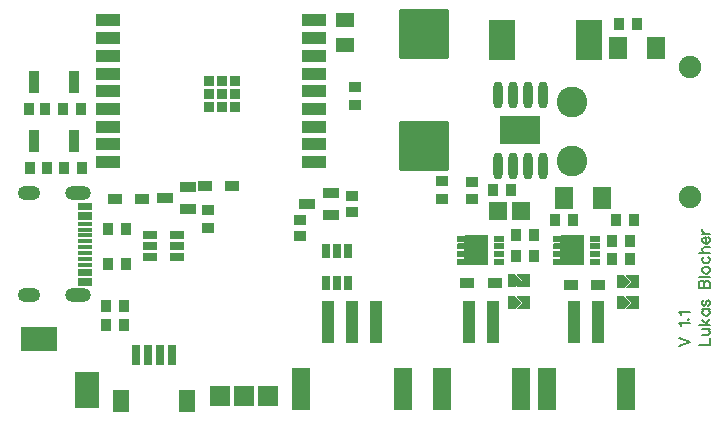
<source format=gts>
G04 Layer: TopSolderMaskLayer*
G04 EasyEDA v6.5.47, 2024-10-31 16:23:14*
G04 d01961b007cd42f0ad862483726119fd,f99730456eb041dfa0a19156df6b2b6d,10*
G04 Gerber Generator version 0.2*
G04 Scale: 100 percent, Rotated: No, Reflected: No *
G04 Dimensions in millimeters *
G04 leading zeros omitted , absolute positions ,4 integer and 5 decimal *
%FSLAX45Y45*%
%MOMM*%

%AMMACRO1*4,1,8,-0.4711,-0.4508,-0.5008,-0.421,-0.5008,0.4211,-0.4711,0.4508,0.471,0.4508,0.5008,0.4211,0.5008,-0.421,0.471,-0.4508,-0.4711,-0.4508,0*%
%AMMACRO2*4,1,8,-0.4211,-0.5008,-0.4508,-0.471,-0.4508,0.4711,-0.4211,0.5008,0.421,0.5008,0.4508,0.4711,0.4508,-0.471,0.421,-0.5008,-0.4211,-0.5008,0*%
%AMMACRO3*4,1,8,-0.7261,-0.7258,-0.7558,-0.696,-0.7558,0.6961,-0.7261,0.7258,0.726,0.7258,0.7558,0.6961,0.7558,-0.696,0.726,-0.7258,-0.7261,-0.7258,0*%
%AMMACRO4*4,1,8,-0.5211,-0.4258,-0.5508,-0.396,-0.5508,0.3961,-0.5211,0.4258,0.521,0.4258,0.5508,0.3961,0.5508,-0.396,0.521,-0.4258,-0.5211,-0.4258,0*%
%AMMACRO5*4,1,8,-0.557,-0.3168,-0.5868,-0.287,-0.5868,0.287,-0.557,0.3168,0.557,0.3168,0.5868,0.287,0.5868,-0.287,0.557,-0.3168,-0.557,-0.3168,0*%
%AMMACRO6*4,1,8,-1.0998,-1.6708,-1.1296,-1.641,-1.1296,1.6411,-1.0998,1.6708,1.0998,1.6708,1.1296,1.6411,1.1296,-1.641,1.0998,-1.6708,-1.0998,-1.6708,0*%
%AMMACRO7*4,1,8,-0.5207,-1.8,-0.55,-1.7707,-0.55,1.7707,-0.5207,1.8,0.5207,1.8,0.55,1.7707,0.55,-1.7707,0.5207,-1.8,-0.5207,-1.8,0*%
%AMMACRO8*4,1,8,-0.7707,-1.8,-0.8,-1.7707,-0.8,1.7707,-0.7707,1.8,0.7707,1.8,0.8,1.7707,0.8,-1.7707,0.7707,-1.8,-0.7707,-1.8,0*%
%AMMACRO9*4,1,8,-2.0711,-2.0758,-2.1008,-2.046,-2.1008,2.0461,-2.0711,2.0758,2.071,2.0758,2.1008,2.0461,2.1008,-2.046,2.071,-2.0758,-2.0711,-2.0758,0*%
%AMMACRO10*4,1,8,-0.646,-0.4008,-0.6758,-0.371,-0.6758,0.3711,-0.646,0.4008,0.646,0.4008,0.6758,0.3711,0.6758,-0.371,0.646,-0.4008,-0.646,-0.4008,0*%
%AMMACRO11*4,1,8,-0.4211,-0.9008,-0.4508,-0.871,-0.4508,0.8711,-0.4211,0.9008,0.421,0.9008,0.4508,0.8711,0.4508,-0.871,0.421,-0.9008,-0.4211,-0.9008,0*%
%AMMACRO12*4,1,8,-0.3957,-0.225,-0.425,-0.1957,-0.425,0.1957,-0.3957,0.225,0.3957,0.225,0.425,0.1957,0.425,-0.1957,0.3957,-0.225,-0.3957,-0.225,0*%
%AMMACRO13*4,1,8,-1.0207,-0.55,-1.05,-0.5207,-1.05,0.5207,-1.0207,0.55,1.0207,0.55,1.05,0.5207,1.05,-0.5207,1.0207,-0.55,-1.0207,-0.55,0*%
%AMMACRO14*4,1,8,-0.3707,-0.4,-0.4,-0.3707,-0.4,0.3707,-0.3707,0.4,0.3707,0.4,0.4,0.3707,0.4,-0.3707,0.3707,-0.4,-0.3707,-0.4,0*%
%AMMACRO15*4,1,8,-0.6205,-0.9512,-0.6502,-0.9215,-0.6502,0.9215,-0.6205,0.9512,0.6205,0.9512,0.6502,0.9215,0.6502,-0.9215,0.6205,-0.9512,-0.6205,-0.9512,0*%
%AMMACRO16*4,1,8,-0.3208,-0.8255,-0.3505,-0.7957,-0.3505,0.7958,-0.3208,0.8255,0.3208,0.8255,0.3505,0.7958,0.3505,-0.7957,0.3208,-0.8255,-0.3208,-0.8255,0*%
%AMMACRO17*4,1,8,-0.322,-0.8255,-0.3518,-0.7957,-0.3518,0.7958,-0.322,0.8255,0.322,0.8255,0.3518,0.7958,0.3518,-0.7957,0.322,-0.8255,-0.322,-0.8255,0*%
%AMMACRO18*4,1,8,-0.6218,-0.9512,-0.6515,-0.9215,-0.6515,0.9215,-0.6218,0.9512,0.6217,0.9512,0.6515,0.9215,0.6515,-0.9215,0.6217,-0.9512,-0.6218,-0.9512,0*%
%AMMACRO19*4,1,8,-1.6707,-1.2,-1.7,-1.1707,-1.7,1.1707,-1.6707,1.2,1.6707,1.2,1.7,1.1707,1.7,-1.1707,1.6707,-1.2,-1.6707,-1.2,0*%
%AMMACRO20*4,1,8,-0.7635,-0.9148,-0.7933,-0.885,-0.7933,0.8851,-0.7635,0.9148,0.7635,0.9148,0.7933,0.8851,0.7933,-0.885,0.7635,-0.9148,-0.7635,-0.9148,0*%
%AMMACRO21*4,1,8,-0.3211,-0.601,-0.351,-0.5711,-0.351,0.5711,-0.3211,0.601,0.3211,0.601,0.351,0.5711,0.351,-0.5711,0.3211,-0.601,-0.3211,-0.601,0*%
%AMMACRO22*4,1,8,-0.596,-0.2008,-0.6258,-0.171,-0.6258,0.1711,-0.596,0.2008,0.596,0.2008,0.6258,0.1711,0.6258,-0.171,0.596,-0.2008,-0.596,-0.2008,0*%
%AMMACRO23*4,1,8,-0.8041,-0.8636,-0.8636,-0.8041,-0.8636,0.8041,-0.8041,0.8636,0.8041,0.8636,0.8636,0.8041,0.8636,-0.8041,0.8041,-0.8636,-0.8041,-0.8636,0*%
%AMMACRO24*4,1,8,-0.7208,-0.5508,-0.7506,-0.521,-0.7506,0.5211,-0.7208,0.5508,0.7208,0.5508,0.7506,0.5211,0.7506,-0.521,0.7208,-0.5508,-0.7208,-0.5508,0*%
%AMMACRO25*4,1,8,-1.0207,-1.55,-1.05,-1.5207,-1.05,1.5207,-1.0207,1.55,1.0207,1.55,1.05,1.5207,1.05,-1.5207,1.0207,-1.55,-1.0207,-1.55,0*%
%AMMACRO26*4,1,8,-1.5207,-1.05,-1.55,-1.0207,-1.55,1.0207,-1.5207,1.05,1.5207,1.05,1.55,1.0207,1.55,-1.0207,1.5207,-1.05,-1.5207,-1.05,0*%
%AMMACRO27*4,1,8,-0.4243,-0.4828,-0.454,-0.453,-0.454,0.4531,-0.4243,0.4828,0.4243,0.4828,0.454,0.4531,0.454,-0.453,0.4243,-0.4828,-0.4243,-0.4828,0*%
%AMMACRO28*4,1,8,-0.4531,-0.454,-0.4828,-0.4243,-0.4828,0.4243,-0.4531,0.454,0.453,0.454,0.4828,0.4243,0.4828,-0.4243,0.453,-0.454,-0.4531,-0.454,0*%
%ADD10C,0.2032*%
%ADD11MACRO1*%
%ADD12MACRO2*%
%ADD13MACRO3*%
%ADD14C,2.6016*%
%ADD15C,1.9016*%
%ADD16MACRO4*%
%ADD17MACRO5*%
%ADD18MACRO6*%
%ADD19MACRO7*%
%ADD20MACRO8*%
%ADD21MACRO9*%
%ADD22MACRO10*%
%ADD23MACRO11*%
%ADD24MACRO12*%
%ADD25MACRO13*%
%ADD26MACRO14*%
%ADD27MACRO15*%
%ADD28MACRO16*%
%ADD29MACRO17*%
%ADD30MACRO18*%
%ADD31MACRO19*%
%ADD32O,0.8000238000000001X2.3000208000000004*%
%ADD33MACRO20*%
%ADD34MACRO21*%
%ADD35MACRO22*%
%ADD36O,2.2015958X1.2015978000000003*%
%ADD37O,1.9015964X1.2015978000000003*%
%ADD38MACRO23*%
%ADD39MACRO24*%
%ADD40MACRO25*%
%ADD41MACRO26*%
%ADD42MACRO27*%
%ADD43MACRO28*%
%ADD44C,0.0160*%

%LPD*%
D10*
X5804661Y-2895600D02*
G01*
X5900165Y-2895600D01*
X5900165Y-2895600D02*
G01*
X5900165Y-2840989D01*
X5836411Y-2811018D02*
G01*
X5881877Y-2811018D01*
X5895593Y-2806445D01*
X5900165Y-2797302D01*
X5900165Y-2783839D01*
X5895593Y-2774695D01*
X5881877Y-2760979D01*
X5836411Y-2760979D02*
G01*
X5900165Y-2760979D01*
X5804661Y-2731007D02*
G01*
X5900165Y-2731007D01*
X5836411Y-2685542D02*
G01*
X5881877Y-2731007D01*
X5863590Y-2712973D02*
G01*
X5900165Y-2680970D01*
X5836411Y-2596387D02*
G01*
X5900165Y-2596387D01*
X5850127Y-2596387D02*
G01*
X5840984Y-2605531D01*
X5836411Y-2614676D01*
X5836411Y-2628392D01*
X5840984Y-2637536D01*
X5850127Y-2646426D01*
X5863590Y-2650997D01*
X5872734Y-2650997D01*
X5886450Y-2646426D01*
X5895593Y-2637536D01*
X5900165Y-2628392D01*
X5900165Y-2614676D01*
X5895593Y-2605531D01*
X5886450Y-2596387D01*
X5850127Y-2516631D02*
G01*
X5840984Y-2520950D01*
X5836411Y-2534665D01*
X5836411Y-2548381D01*
X5840984Y-2561844D01*
X5850127Y-2566415D01*
X5859018Y-2561844D01*
X5863590Y-2552954D01*
X5868161Y-2530094D01*
X5872734Y-2520950D01*
X5881877Y-2516631D01*
X5886450Y-2516631D01*
X5895593Y-2520950D01*
X5900165Y-2534665D01*
X5900165Y-2548381D01*
X5895593Y-2561844D01*
X5886450Y-2566415D01*
X5804661Y-2416555D02*
G01*
X5900165Y-2416555D01*
X5804661Y-2416555D02*
G01*
X5804661Y-2375662D01*
X5809234Y-2361945D01*
X5813806Y-2357373D01*
X5822695Y-2352802D01*
X5831840Y-2352802D01*
X5840984Y-2357373D01*
X5845556Y-2361945D01*
X5850127Y-2375662D01*
X5850127Y-2416555D02*
G01*
X5850127Y-2375662D01*
X5854700Y-2361945D01*
X5859018Y-2357373D01*
X5868161Y-2352802D01*
X5881877Y-2352802D01*
X5891022Y-2357373D01*
X5895593Y-2361945D01*
X5900165Y-2375662D01*
X5900165Y-2416555D01*
X5804661Y-2322829D02*
G01*
X5900165Y-2322829D01*
X5836411Y-2270252D02*
G01*
X5840984Y-2279142D01*
X5850127Y-2288286D01*
X5863590Y-2292857D01*
X5872734Y-2292857D01*
X5886450Y-2288286D01*
X5895593Y-2279142D01*
X5900165Y-2270252D01*
X5900165Y-2256536D01*
X5895593Y-2247392D01*
X5886450Y-2238247D01*
X5872734Y-2233676D01*
X5863590Y-2233676D01*
X5850127Y-2238247D01*
X5840984Y-2247392D01*
X5836411Y-2256536D01*
X5836411Y-2270252D01*
X5850127Y-2149347D02*
G01*
X5840984Y-2158237D01*
X5836411Y-2167381D01*
X5836411Y-2181097D01*
X5840984Y-2190242D01*
X5850127Y-2199131D01*
X5863590Y-2203704D01*
X5872734Y-2203704D01*
X5886450Y-2199131D01*
X5895593Y-2190242D01*
X5900165Y-2181097D01*
X5900165Y-2167381D01*
X5895593Y-2158237D01*
X5886450Y-2149347D01*
X5804661Y-2119121D02*
G01*
X5900165Y-2119121D01*
X5854700Y-2119121D02*
G01*
X5840984Y-2105660D01*
X5836411Y-2096515D01*
X5836411Y-2082800D01*
X5840984Y-2073910D01*
X5854700Y-2069337D01*
X5900165Y-2069337D01*
X5863590Y-2039112D02*
G01*
X5863590Y-1984755D01*
X5854700Y-1984755D01*
X5845556Y-1989328D01*
X5840984Y-1993900D01*
X5836411Y-2002789D01*
X5836411Y-2016505D01*
X5840984Y-2025650D01*
X5850127Y-2034794D01*
X5863590Y-2039112D01*
X5872734Y-2039112D01*
X5886450Y-2034794D01*
X5895593Y-2025650D01*
X5900165Y-2016505D01*
X5900165Y-2002789D01*
X5895593Y-1993900D01*
X5886450Y-1984755D01*
X5836411Y-1954784D02*
G01*
X5900165Y-1954784D01*
X5863590Y-1954784D02*
G01*
X5850127Y-1950212D01*
X5840984Y-1941068D01*
X5836411Y-1931923D01*
X5836411Y-1918207D01*
X5639561Y-2908300D02*
G01*
X5735065Y-2871978D01*
X5639561Y-2835655D02*
G01*
X5735065Y-2871978D01*
X5657595Y-2735579D02*
G01*
X5653024Y-2726436D01*
X5639561Y-2712720D01*
X5735065Y-2712720D01*
X5712206Y-2678176D02*
G01*
X5716777Y-2682747D01*
X5721350Y-2678176D01*
X5716777Y-2673857D01*
X5712206Y-2678176D01*
X5657595Y-2643631D02*
G01*
X5653024Y-2634742D01*
X5639561Y-2621026D01*
X5735065Y-2621026D01*
D11*
G01*
X2425700Y-1835000D03*
G01*
X2425700Y-1974999D03*
G01*
X2870200Y-1631800D03*
G01*
X2870200Y-1771799D03*
G01*
X3886200Y-1517500D03*
G01*
X3886200Y-1657499D03*
D12*
G01*
X285899Y-1397000D03*
G01*
X145900Y-1397000D03*
G01*
X273199Y-901700D03*
G01*
X133200Y-901700D03*
D13*
G01*
X4303702Y-1765300D03*
G01*
X4103697Y-1765300D03*
D14*
G01*
X4732400Y-1342212D03*
G01*
X4732400Y-842213D03*
D15*
G01*
X5732399Y-542213D03*
G01*
X5732399Y-1642211D03*
D16*
G01*
X860644Y-1663700D03*
G01*
X1095150Y-1663700D03*
G01*
X3845144Y-2374900D03*
G01*
X4079650Y-2374900D03*
G01*
X1857155Y-1549400D03*
G01*
X1622649Y-1549400D03*
G01*
X4721444Y-2387600D03*
G01*
X4955950Y-2387600D03*
D17*
G01*
X1384909Y-2152396D03*
G01*
X1384909Y-2057400D03*
G01*
X1384909Y-1962403D03*
G01*
X1155090Y-1962403D03*
G01*
X1155090Y-2057400D03*
G01*
X1155090Y-2152396D03*
D18*
G01*
X4877123Y-317500D03*
G01*
X4139876Y-317500D03*
D19*
G01*
X3862400Y-2699489D03*
G01*
X4062399Y-2699489D03*
D20*
G01*
X3627405Y-3269489D03*
G01*
X4297396Y-3269489D03*
D19*
G01*
X4751400Y-2699489D03*
G01*
X4951399Y-2699489D03*
D20*
G01*
X4516405Y-3269489D03*
G01*
X5186396Y-3269489D03*
G36*
X5118100Y-2418079D02*
G01*
X5117602Y-2418054D01*
X5117109Y-2417983D01*
X5116624Y-2417861D01*
X5116156Y-2417693D01*
X5115704Y-2417480D01*
X5115278Y-2417224D01*
X5114876Y-2416926D01*
X5114508Y-2416591D01*
X5114173Y-2416223D01*
X5113875Y-2415821D01*
X5113619Y-2415395D01*
X5113406Y-2414943D01*
X5113238Y-2414475D01*
X5113116Y-2413990D01*
X5113045Y-2413497D01*
X5113020Y-2413000D01*
X5113020Y-2311400D01*
X5113045Y-2310902D01*
X5113116Y-2310409D01*
X5113238Y-2309924D01*
X5113406Y-2309456D01*
X5113619Y-2309004D01*
X5113875Y-2308578D01*
X5114173Y-2308176D01*
X5114508Y-2307808D01*
X5114876Y-2307473D01*
X5115278Y-2307175D01*
X5115704Y-2306919D01*
X5116156Y-2306706D01*
X5116624Y-2306538D01*
X5117109Y-2306416D01*
X5117602Y-2306345D01*
X5118100Y-2306320D01*
X5168900Y-2306320D01*
X5169468Y-2306353D01*
X5170030Y-2306446D01*
X5170578Y-2306604D01*
X5171104Y-2306822D01*
X5171602Y-2307099D01*
X5172067Y-2307427D01*
X5172491Y-2307808D01*
X5223291Y-2358608D01*
X5223626Y-2358976D01*
X5223924Y-2359378D01*
X5224180Y-2359804D01*
X5224393Y-2360256D01*
X5224561Y-2360724D01*
X5224683Y-2361209D01*
X5224754Y-2361702D01*
X5224779Y-2362200D01*
X5224754Y-2362697D01*
X5224683Y-2363190D01*
X5224561Y-2363675D01*
X5224393Y-2364143D01*
X5224180Y-2364595D01*
X5223924Y-2365021D01*
X5223626Y-2365423D01*
X5223291Y-2365791D01*
X5172491Y-2416591D01*
X5172067Y-2416972D01*
X5171602Y-2417300D01*
X5171104Y-2417577D01*
X5170578Y-2417795D01*
X5170030Y-2417953D01*
X5169468Y-2418046D01*
X5168900Y-2418079D01*
G37*
G36*
X5194300Y-2418079D02*
G01*
X5193822Y-2418057D01*
X5193347Y-2417991D01*
X5192882Y-2417879D01*
X5192430Y-2417724D01*
X5191993Y-2417526D01*
X5191577Y-2417290D01*
X5191185Y-2417013D01*
X5190822Y-2416703D01*
X5190490Y-2416360D01*
X5190190Y-2415987D01*
X5189928Y-2415585D01*
X5189702Y-2415164D01*
X5189519Y-2414719D01*
X5189380Y-2414262D01*
X5189283Y-2413795D01*
X5189230Y-2413320D01*
X5189222Y-2412839D01*
X5189260Y-2412362D01*
X5189341Y-2411892D01*
X5189468Y-2411430D01*
X5189636Y-2410983D01*
X5189847Y-2410551D01*
X5190098Y-2410145D01*
X5190385Y-2409761D01*
X5190708Y-2409408D01*
X5237916Y-2362200D01*
X5190708Y-2314991D01*
X5190385Y-2314638D01*
X5190098Y-2314254D01*
X5189847Y-2313848D01*
X5189636Y-2313416D01*
X5189468Y-2312969D01*
X5189341Y-2312507D01*
X5189260Y-2312037D01*
X5189222Y-2311560D01*
X5189230Y-2311079D01*
X5189283Y-2310604D01*
X5189380Y-2310137D01*
X5189519Y-2309680D01*
X5189702Y-2309235D01*
X5189928Y-2308814D01*
X5190190Y-2308412D01*
X5190490Y-2308039D01*
X5190822Y-2307696D01*
X5191185Y-2307386D01*
X5191577Y-2307109D01*
X5191993Y-2306873D01*
X5192430Y-2306675D01*
X5192882Y-2306520D01*
X5193347Y-2306408D01*
X5193822Y-2306342D01*
X5194300Y-2306320D01*
X5295900Y-2306320D01*
X5296397Y-2306345D01*
X5296890Y-2306416D01*
X5297375Y-2306538D01*
X5297843Y-2306706D01*
X5298295Y-2306919D01*
X5298721Y-2307175D01*
X5299123Y-2307473D01*
X5299491Y-2307808D01*
X5299826Y-2308176D01*
X5300124Y-2308578D01*
X5300380Y-2309004D01*
X5300593Y-2309456D01*
X5300761Y-2309924D01*
X5300883Y-2310409D01*
X5300954Y-2310902D01*
X5300979Y-2311400D01*
X5300979Y-2413000D01*
X5300954Y-2413497D01*
X5300883Y-2413990D01*
X5300761Y-2414475D01*
X5300593Y-2414943D01*
X5300380Y-2415395D01*
X5300124Y-2415821D01*
X5299826Y-2416223D01*
X5299491Y-2416591D01*
X5299123Y-2416926D01*
X5298721Y-2417224D01*
X5298295Y-2417480D01*
X5297843Y-2417693D01*
X5297375Y-2417861D01*
X5296890Y-2417983D01*
X5296397Y-2418054D01*
X5295900Y-2418079D01*
G37*
G36*
X5118100Y-2595879D02*
G01*
X5117602Y-2595854D01*
X5117109Y-2595783D01*
X5116624Y-2595661D01*
X5116156Y-2595493D01*
X5115704Y-2595280D01*
X5115278Y-2595024D01*
X5114876Y-2594726D01*
X5114508Y-2594391D01*
X5114173Y-2594023D01*
X5113875Y-2593621D01*
X5113619Y-2593195D01*
X5113406Y-2592743D01*
X5113238Y-2592275D01*
X5113116Y-2591790D01*
X5113045Y-2591297D01*
X5113020Y-2590800D01*
X5113020Y-2489200D01*
X5113045Y-2488702D01*
X5113116Y-2488209D01*
X5113238Y-2487724D01*
X5113406Y-2487256D01*
X5113619Y-2486804D01*
X5113875Y-2486378D01*
X5114173Y-2485976D01*
X5114508Y-2485608D01*
X5114876Y-2485273D01*
X5115278Y-2484975D01*
X5115704Y-2484719D01*
X5116156Y-2484506D01*
X5116624Y-2484338D01*
X5117109Y-2484216D01*
X5117602Y-2484145D01*
X5118100Y-2484120D01*
X5168900Y-2484120D01*
X5169468Y-2484153D01*
X5170030Y-2484246D01*
X5170578Y-2484404D01*
X5171104Y-2484622D01*
X5171602Y-2484899D01*
X5172067Y-2485227D01*
X5172491Y-2485608D01*
X5223291Y-2536408D01*
X5223626Y-2536776D01*
X5223924Y-2537178D01*
X5224180Y-2537604D01*
X5224393Y-2538056D01*
X5224561Y-2538524D01*
X5224683Y-2539009D01*
X5224754Y-2539502D01*
X5224779Y-2540000D01*
X5224754Y-2540497D01*
X5224683Y-2540990D01*
X5224561Y-2541475D01*
X5224393Y-2541943D01*
X5224180Y-2542395D01*
X5223924Y-2542821D01*
X5223626Y-2543223D01*
X5223291Y-2543591D01*
X5172491Y-2594391D01*
X5172067Y-2594772D01*
X5171602Y-2595100D01*
X5171104Y-2595377D01*
X5170578Y-2595595D01*
X5170030Y-2595753D01*
X5169468Y-2595846D01*
X5168900Y-2595879D01*
G37*
G36*
X5194300Y-2595879D02*
G01*
X5193822Y-2595857D01*
X5193347Y-2595791D01*
X5192882Y-2595679D01*
X5192430Y-2595524D01*
X5191993Y-2595326D01*
X5191577Y-2595090D01*
X5191185Y-2594813D01*
X5190822Y-2594503D01*
X5190490Y-2594160D01*
X5190190Y-2593787D01*
X5189928Y-2593385D01*
X5189702Y-2592964D01*
X5189519Y-2592519D01*
X5189380Y-2592062D01*
X5189283Y-2591595D01*
X5189230Y-2591120D01*
X5189222Y-2590639D01*
X5189260Y-2590162D01*
X5189341Y-2589692D01*
X5189468Y-2589230D01*
X5189636Y-2588783D01*
X5189847Y-2588351D01*
X5190098Y-2587945D01*
X5190385Y-2587561D01*
X5190708Y-2587208D01*
X5237916Y-2540000D01*
X5190708Y-2492791D01*
X5190385Y-2492438D01*
X5190098Y-2492054D01*
X5189847Y-2491648D01*
X5189636Y-2491216D01*
X5189468Y-2490769D01*
X5189341Y-2490307D01*
X5189260Y-2489837D01*
X5189222Y-2489360D01*
X5189230Y-2488879D01*
X5189283Y-2488404D01*
X5189380Y-2487937D01*
X5189519Y-2487480D01*
X5189702Y-2487035D01*
X5189928Y-2486614D01*
X5190190Y-2486212D01*
X5190490Y-2485839D01*
X5190822Y-2485496D01*
X5191185Y-2485186D01*
X5191577Y-2484909D01*
X5191993Y-2484673D01*
X5192430Y-2484475D01*
X5192882Y-2484320D01*
X5193347Y-2484208D01*
X5193822Y-2484142D01*
X5194300Y-2484120D01*
X5295900Y-2484120D01*
X5296397Y-2484145D01*
X5296890Y-2484216D01*
X5297375Y-2484338D01*
X5297843Y-2484506D01*
X5298295Y-2484719D01*
X5298721Y-2484975D01*
X5299123Y-2485273D01*
X5299491Y-2485608D01*
X5299826Y-2485976D01*
X5300124Y-2486378D01*
X5300380Y-2486804D01*
X5300593Y-2487256D01*
X5300761Y-2487724D01*
X5300883Y-2488209D01*
X5300954Y-2488702D01*
X5300979Y-2489200D01*
X5300979Y-2590800D01*
X5300954Y-2591297D01*
X5300883Y-2591790D01*
X5300761Y-2592275D01*
X5300593Y-2592743D01*
X5300380Y-2593195D01*
X5300124Y-2593621D01*
X5299826Y-2594023D01*
X5299491Y-2594391D01*
X5299123Y-2594726D01*
X5298721Y-2595024D01*
X5298295Y-2595280D01*
X5297843Y-2595493D01*
X5297375Y-2595661D01*
X5296890Y-2595783D01*
X5296397Y-2595854D01*
X5295900Y-2595879D01*
G37*
G36*
X4191000Y-2595879D02*
G01*
X4190502Y-2595854D01*
X4190009Y-2595783D01*
X4189524Y-2595661D01*
X4189056Y-2595493D01*
X4188604Y-2595280D01*
X4188178Y-2595024D01*
X4187776Y-2594726D01*
X4187408Y-2594391D01*
X4187073Y-2594023D01*
X4186775Y-2593621D01*
X4186519Y-2593195D01*
X4186306Y-2592743D01*
X4186138Y-2592275D01*
X4186016Y-2591790D01*
X4185945Y-2591297D01*
X4185920Y-2590800D01*
X4185920Y-2489200D01*
X4185945Y-2488702D01*
X4186016Y-2488209D01*
X4186138Y-2487724D01*
X4186306Y-2487256D01*
X4186519Y-2486804D01*
X4186775Y-2486378D01*
X4187073Y-2485976D01*
X4187408Y-2485608D01*
X4187776Y-2485273D01*
X4188178Y-2484975D01*
X4188604Y-2484719D01*
X4189056Y-2484506D01*
X4189524Y-2484338D01*
X4190009Y-2484216D01*
X4190502Y-2484145D01*
X4191000Y-2484120D01*
X4241800Y-2484120D01*
X4242368Y-2484153D01*
X4242930Y-2484246D01*
X4243478Y-2484404D01*
X4244004Y-2484622D01*
X4244502Y-2484899D01*
X4244967Y-2485227D01*
X4245391Y-2485608D01*
X4296191Y-2536408D01*
X4296526Y-2536776D01*
X4296824Y-2537178D01*
X4297080Y-2537604D01*
X4297293Y-2538056D01*
X4297461Y-2538524D01*
X4297583Y-2539009D01*
X4297654Y-2539502D01*
X4297679Y-2540000D01*
X4297654Y-2540497D01*
X4297583Y-2540990D01*
X4297461Y-2541475D01*
X4297293Y-2541943D01*
X4297080Y-2542395D01*
X4296824Y-2542821D01*
X4296526Y-2543223D01*
X4296191Y-2543591D01*
X4245391Y-2594391D01*
X4244967Y-2594772D01*
X4244502Y-2595100D01*
X4244004Y-2595377D01*
X4243478Y-2595595D01*
X4242930Y-2595753D01*
X4242368Y-2595846D01*
X4241800Y-2595879D01*
G37*
G36*
X4267200Y-2595879D02*
G01*
X4266722Y-2595857D01*
X4266247Y-2595791D01*
X4265782Y-2595679D01*
X4265330Y-2595524D01*
X4264893Y-2595326D01*
X4264477Y-2595090D01*
X4264085Y-2594813D01*
X4263722Y-2594503D01*
X4263390Y-2594160D01*
X4263090Y-2593787D01*
X4262828Y-2593385D01*
X4262602Y-2592964D01*
X4262419Y-2592519D01*
X4262280Y-2592062D01*
X4262183Y-2591595D01*
X4262130Y-2591120D01*
X4262122Y-2590639D01*
X4262160Y-2590162D01*
X4262241Y-2589692D01*
X4262368Y-2589230D01*
X4262536Y-2588783D01*
X4262747Y-2588351D01*
X4262998Y-2587945D01*
X4263285Y-2587561D01*
X4263608Y-2587208D01*
X4310816Y-2540000D01*
X4263608Y-2492791D01*
X4263285Y-2492438D01*
X4262998Y-2492054D01*
X4262747Y-2491648D01*
X4262536Y-2491216D01*
X4262368Y-2490769D01*
X4262241Y-2490307D01*
X4262160Y-2489837D01*
X4262122Y-2489360D01*
X4262130Y-2488879D01*
X4262183Y-2488404D01*
X4262280Y-2487937D01*
X4262419Y-2487480D01*
X4262602Y-2487035D01*
X4262828Y-2486614D01*
X4263090Y-2486212D01*
X4263390Y-2485839D01*
X4263722Y-2485496D01*
X4264085Y-2485186D01*
X4264477Y-2484909D01*
X4264893Y-2484673D01*
X4265330Y-2484475D01*
X4265782Y-2484320D01*
X4266247Y-2484208D01*
X4266722Y-2484142D01*
X4267200Y-2484120D01*
X4368800Y-2484120D01*
X4369297Y-2484145D01*
X4369790Y-2484216D01*
X4370275Y-2484338D01*
X4370743Y-2484506D01*
X4371195Y-2484719D01*
X4371621Y-2484975D01*
X4372023Y-2485273D01*
X4372391Y-2485608D01*
X4372726Y-2485976D01*
X4373024Y-2486378D01*
X4373280Y-2486804D01*
X4373493Y-2487256D01*
X4373661Y-2487724D01*
X4373783Y-2488209D01*
X4373854Y-2488702D01*
X4373879Y-2489200D01*
X4373879Y-2590800D01*
X4373854Y-2591297D01*
X4373783Y-2591790D01*
X4373661Y-2592275D01*
X4373493Y-2592743D01*
X4373280Y-2593195D01*
X4373024Y-2593621D01*
X4372726Y-2594023D01*
X4372391Y-2594391D01*
X4372023Y-2594726D01*
X4371621Y-2595024D01*
X4371195Y-2595280D01*
X4370743Y-2595493D01*
X4370275Y-2595661D01*
X4369790Y-2595783D01*
X4369297Y-2595854D01*
X4368800Y-2595879D01*
G37*
G36*
X4191000Y-2405379D02*
G01*
X4190502Y-2405354D01*
X4190009Y-2405283D01*
X4189524Y-2405161D01*
X4189056Y-2404993D01*
X4188604Y-2404780D01*
X4188178Y-2404524D01*
X4187776Y-2404226D01*
X4187408Y-2403891D01*
X4187073Y-2403523D01*
X4186775Y-2403121D01*
X4186519Y-2402695D01*
X4186306Y-2402243D01*
X4186138Y-2401775D01*
X4186016Y-2401290D01*
X4185945Y-2400797D01*
X4185920Y-2400300D01*
X4185920Y-2298700D01*
X4185945Y-2298202D01*
X4186016Y-2297709D01*
X4186138Y-2297224D01*
X4186306Y-2296756D01*
X4186519Y-2296304D01*
X4186775Y-2295878D01*
X4187073Y-2295476D01*
X4187408Y-2295108D01*
X4187776Y-2294773D01*
X4188178Y-2294475D01*
X4188604Y-2294219D01*
X4189056Y-2294006D01*
X4189524Y-2293838D01*
X4190009Y-2293716D01*
X4190502Y-2293645D01*
X4191000Y-2293620D01*
X4241800Y-2293620D01*
X4242368Y-2293653D01*
X4242930Y-2293746D01*
X4243478Y-2293904D01*
X4244004Y-2294122D01*
X4244502Y-2294399D01*
X4244967Y-2294727D01*
X4245391Y-2295108D01*
X4296191Y-2345908D01*
X4296526Y-2346276D01*
X4296824Y-2346678D01*
X4297080Y-2347104D01*
X4297293Y-2347556D01*
X4297461Y-2348024D01*
X4297583Y-2348509D01*
X4297654Y-2349002D01*
X4297679Y-2349500D01*
X4297654Y-2349997D01*
X4297583Y-2350490D01*
X4297461Y-2350975D01*
X4297293Y-2351443D01*
X4297080Y-2351895D01*
X4296824Y-2352321D01*
X4296526Y-2352723D01*
X4296191Y-2353091D01*
X4245391Y-2403891D01*
X4244967Y-2404272D01*
X4244502Y-2404600D01*
X4244004Y-2404877D01*
X4243478Y-2405095D01*
X4242930Y-2405253D01*
X4242368Y-2405346D01*
X4241800Y-2405379D01*
G37*
G36*
X4267200Y-2405379D02*
G01*
X4266722Y-2405357D01*
X4266247Y-2405291D01*
X4265782Y-2405179D01*
X4265330Y-2405024D01*
X4264893Y-2404826D01*
X4264477Y-2404590D01*
X4264085Y-2404313D01*
X4263722Y-2404003D01*
X4263390Y-2403660D01*
X4263090Y-2403287D01*
X4262828Y-2402885D01*
X4262602Y-2402464D01*
X4262419Y-2402019D01*
X4262280Y-2401562D01*
X4262183Y-2401095D01*
X4262130Y-2400620D01*
X4262122Y-2400139D01*
X4262160Y-2399662D01*
X4262241Y-2399192D01*
X4262368Y-2398730D01*
X4262536Y-2398283D01*
X4262747Y-2397851D01*
X4262998Y-2397445D01*
X4263285Y-2397061D01*
X4263608Y-2396708D01*
X4310816Y-2349500D01*
X4263608Y-2302291D01*
X4263285Y-2301938D01*
X4262998Y-2301554D01*
X4262747Y-2301148D01*
X4262536Y-2300716D01*
X4262368Y-2300269D01*
X4262241Y-2299807D01*
X4262160Y-2299337D01*
X4262122Y-2298860D01*
X4262130Y-2298379D01*
X4262183Y-2297904D01*
X4262280Y-2297437D01*
X4262419Y-2296980D01*
X4262602Y-2296535D01*
X4262828Y-2296114D01*
X4263090Y-2295712D01*
X4263390Y-2295339D01*
X4263722Y-2294996D01*
X4264085Y-2294686D01*
X4264477Y-2294409D01*
X4264893Y-2294173D01*
X4265330Y-2293975D01*
X4265782Y-2293820D01*
X4266247Y-2293708D01*
X4266722Y-2293642D01*
X4267200Y-2293620D01*
X4368800Y-2293620D01*
X4369297Y-2293645D01*
X4369790Y-2293716D01*
X4370275Y-2293838D01*
X4370743Y-2294006D01*
X4371195Y-2294219D01*
X4371621Y-2294475D01*
X4372023Y-2294773D01*
X4372391Y-2295108D01*
X4372726Y-2295476D01*
X4373024Y-2295878D01*
X4373280Y-2296304D01*
X4373493Y-2296756D01*
X4373661Y-2297224D01*
X4373783Y-2297709D01*
X4373854Y-2298202D01*
X4373879Y-2298700D01*
X4373879Y-2400300D01*
X4373854Y-2400797D01*
X4373783Y-2401290D01*
X4373661Y-2401775D01*
X4373493Y-2402243D01*
X4373280Y-2402695D01*
X4373024Y-2403121D01*
X4372726Y-2403523D01*
X4372391Y-2403891D01*
X4372023Y-2404226D01*
X4371621Y-2404524D01*
X4371195Y-2404780D01*
X4370743Y-2404993D01*
X4370275Y-2405161D01*
X4369790Y-2405283D01*
X4369297Y-2405354D01*
X4368800Y-2405379D01*
G37*
D21*
G01*
X3479800Y-264100D03*
G01*
X3479800Y-1209099D03*
D22*
G01*
X1484299Y-1745996D03*
G01*
X1484299Y-1556005D03*
G01*
X1284300Y-1651001D03*
D23*
G01*
X512902Y-1168401D03*
G01*
X172897Y-1168401D03*
G01*
X512902Y-673101D03*
G01*
X172897Y-673101D03*
D20*
G01*
X2435205Y-3269489D03*
D19*
G01*
X3070199Y-2699489D03*
G01*
X2870200Y-2699489D03*
G01*
X2670200Y-2699489D03*
D20*
G01*
X3305196Y-3269489D03*
D22*
G01*
X2690799Y-1796796D03*
G01*
X2690799Y-1606805D03*
G01*
X2490800Y-1701801D03*
D24*
G01*
X4116539Y-1998002D03*
G01*
X4116539Y-2063000D03*
G01*
X4116539Y-2127999D03*
G01*
X4116539Y-2192997D03*
G36*
X3825674Y-2222738D02*
G01*
X3825184Y-2222715D01*
X3824698Y-2222642D01*
X3824221Y-2222522D01*
X3823759Y-2222357D01*
X3823317Y-2222149D01*
X3822895Y-2221895D01*
X3822501Y-2221603D01*
X3822138Y-2221273D01*
X3821808Y-2220909D01*
X3821516Y-2220516D01*
X3821262Y-2220094D01*
X3821054Y-2219652D01*
X3820888Y-2219190D01*
X3820769Y-2218712D01*
X3820695Y-2218227D01*
X3820680Y-2217912D01*
X3765649Y-2217912D01*
X3765158Y-2217889D01*
X3764673Y-2217816D01*
X3764196Y-2217696D01*
X3763733Y-2217531D01*
X3763291Y-2217323D01*
X3762870Y-2217069D01*
X3762476Y-2216777D01*
X3762113Y-2216447D01*
X3761783Y-2216083D01*
X3761491Y-2215690D01*
X3761237Y-2215268D01*
X3761028Y-2214826D01*
X3760863Y-2214364D01*
X3760744Y-2213886D01*
X3760670Y-2213401D01*
X3760647Y-2212911D01*
X3760647Y-2172779D01*
X3760670Y-2172289D01*
X3760744Y-2171804D01*
X3760863Y-2171326D01*
X3761028Y-2170864D01*
X3761237Y-2170422D01*
X3761491Y-2170000D01*
X3761783Y-2169607D01*
X3762113Y-2169243D01*
X3762476Y-2168913D01*
X3762870Y-2168621D01*
X3763291Y-2168367D01*
X3763733Y-2168159D01*
X3764196Y-2167994D01*
X3764673Y-2167874D01*
X3765158Y-2167801D01*
X3765649Y-2167778D01*
X3820673Y-2167778D01*
X3820673Y-2152888D01*
X3765649Y-2152888D01*
X3765158Y-2152865D01*
X3764673Y-2152792D01*
X3764196Y-2152672D01*
X3763733Y-2152507D01*
X3763291Y-2152299D01*
X3762870Y-2152045D01*
X3762476Y-2151753D01*
X3762113Y-2151423D01*
X3761783Y-2151059D01*
X3761491Y-2150666D01*
X3761237Y-2150244D01*
X3761028Y-2149802D01*
X3760863Y-2149340D01*
X3760744Y-2148862D01*
X3760670Y-2148377D01*
X3760647Y-2147887D01*
X3760647Y-2107755D01*
X3760670Y-2107265D01*
X3760744Y-2106780D01*
X3760863Y-2106302D01*
X3761028Y-2105840D01*
X3761237Y-2105398D01*
X3761491Y-2104976D01*
X3761783Y-2104583D01*
X3762113Y-2104219D01*
X3762476Y-2103889D01*
X3762870Y-2103597D01*
X3763291Y-2103343D01*
X3763733Y-2103135D01*
X3764196Y-2102970D01*
X3764673Y-2102850D01*
X3765158Y-2102777D01*
X3765649Y-2102754D01*
X3820673Y-2102754D01*
X3820673Y-2087864D01*
X3765649Y-2087864D01*
X3765158Y-2087841D01*
X3764673Y-2087768D01*
X3764196Y-2087648D01*
X3763733Y-2087483D01*
X3763291Y-2087275D01*
X3762870Y-2087021D01*
X3762476Y-2086729D01*
X3762113Y-2086399D01*
X3761783Y-2086035D01*
X3761491Y-2085642D01*
X3761237Y-2085220D01*
X3761028Y-2084778D01*
X3760863Y-2084316D01*
X3760744Y-2083838D01*
X3760670Y-2083353D01*
X3760647Y-2082863D01*
X3760647Y-2042731D01*
X3760670Y-2042241D01*
X3760744Y-2041756D01*
X3760863Y-2041278D01*
X3761028Y-2040816D01*
X3761237Y-2040374D01*
X3761491Y-2039952D01*
X3761783Y-2039559D01*
X3762113Y-2039195D01*
X3762476Y-2038865D01*
X3762870Y-2038573D01*
X3763291Y-2038319D01*
X3763733Y-2038111D01*
X3764196Y-2037946D01*
X3764673Y-2037826D01*
X3765158Y-2037753D01*
X3765649Y-2037730D01*
X3820673Y-2037730D01*
X3820673Y-2022840D01*
X3765649Y-2022840D01*
X3765158Y-2022817D01*
X3764673Y-2022744D01*
X3764196Y-2022624D01*
X3763733Y-2022459D01*
X3763291Y-2022251D01*
X3762870Y-2021997D01*
X3762476Y-2021705D01*
X3762113Y-2021375D01*
X3761783Y-2021011D01*
X3761491Y-2020618D01*
X3761237Y-2020196D01*
X3761028Y-2019754D01*
X3760863Y-2019292D01*
X3760744Y-2018814D01*
X3760670Y-2018329D01*
X3760647Y-2017839D01*
X3760647Y-1977707D01*
X3760670Y-1977217D01*
X3760744Y-1976732D01*
X3760863Y-1976254D01*
X3761028Y-1975792D01*
X3761237Y-1975350D01*
X3761491Y-1974928D01*
X3761783Y-1974535D01*
X3762113Y-1974171D01*
X3762476Y-1973841D01*
X3762870Y-1973549D01*
X3763291Y-1973295D01*
X3763733Y-1973087D01*
X3764196Y-1972922D01*
X3764673Y-1972802D01*
X3765158Y-1972729D01*
X3765649Y-1972706D01*
X3820680Y-1972706D01*
X3820695Y-1972391D01*
X3820769Y-1971906D01*
X3820888Y-1971428D01*
X3821054Y-1970966D01*
X3821262Y-1970524D01*
X3821516Y-1970102D01*
X3821808Y-1969709D01*
X3822138Y-1969345D01*
X3822501Y-1969015D01*
X3822895Y-1968723D01*
X3823317Y-1968469D01*
X3823759Y-1968261D01*
X3824221Y-1968096D01*
X3824698Y-1967976D01*
X3825184Y-1967903D01*
X3825674Y-1967880D01*
X4018460Y-1967880D01*
X4018950Y-1967903D01*
X4019435Y-1967976D01*
X4019913Y-1968096D01*
X4020375Y-1968261D01*
X4020817Y-1968469D01*
X4021239Y-1968723D01*
X4021632Y-1969015D01*
X4021996Y-1969345D01*
X4022326Y-1969709D01*
X4022618Y-1970102D01*
X4022872Y-1970524D01*
X4023080Y-1970966D01*
X4023245Y-1971428D01*
X4023365Y-1971906D01*
X4023438Y-1972391D01*
X4023461Y-1972881D01*
X4023461Y-2217737D01*
X4023438Y-2218227D01*
X4023365Y-2218712D01*
X4023245Y-2219190D01*
X4023080Y-2219652D01*
X4022872Y-2220094D01*
X4022618Y-2220516D01*
X4022326Y-2220909D01*
X4021996Y-2221273D01*
X4021632Y-2221603D01*
X4021239Y-2221895D01*
X4020817Y-2222149D01*
X4020375Y-2222357D01*
X4019913Y-2222522D01*
X4019435Y-2222642D01*
X4018950Y-2222715D01*
X4018460Y-2222738D01*
G37*
G01*
X4929339Y-1998002D03*
G01*
X4929339Y-2063000D03*
G01*
X4929339Y-2127999D03*
G01*
X4929339Y-2192997D03*
G36*
X4638474Y-2222738D02*
G01*
X4637984Y-2222715D01*
X4637498Y-2222642D01*
X4637021Y-2222522D01*
X4636559Y-2222357D01*
X4636117Y-2222149D01*
X4635695Y-2221895D01*
X4635301Y-2221603D01*
X4634938Y-2221273D01*
X4634608Y-2220909D01*
X4634316Y-2220516D01*
X4634062Y-2220094D01*
X4633854Y-2219652D01*
X4633688Y-2219190D01*
X4633569Y-2218712D01*
X4633495Y-2218227D01*
X4633480Y-2217912D01*
X4578449Y-2217912D01*
X4577958Y-2217889D01*
X4577473Y-2217816D01*
X4576996Y-2217696D01*
X4576533Y-2217531D01*
X4576091Y-2217323D01*
X4575670Y-2217069D01*
X4575276Y-2216777D01*
X4574913Y-2216447D01*
X4574583Y-2216083D01*
X4574291Y-2215690D01*
X4574037Y-2215268D01*
X4573828Y-2214826D01*
X4573663Y-2214364D01*
X4573544Y-2213886D01*
X4573470Y-2213401D01*
X4573447Y-2212911D01*
X4573447Y-2172779D01*
X4573470Y-2172289D01*
X4573544Y-2171804D01*
X4573663Y-2171326D01*
X4573828Y-2170864D01*
X4574037Y-2170422D01*
X4574291Y-2170000D01*
X4574583Y-2169607D01*
X4574913Y-2169243D01*
X4575276Y-2168913D01*
X4575670Y-2168621D01*
X4576091Y-2168367D01*
X4576533Y-2168159D01*
X4576996Y-2167994D01*
X4577473Y-2167874D01*
X4577958Y-2167801D01*
X4578449Y-2167778D01*
X4633473Y-2167778D01*
X4633473Y-2152888D01*
X4578449Y-2152888D01*
X4577958Y-2152865D01*
X4577473Y-2152792D01*
X4576996Y-2152672D01*
X4576533Y-2152507D01*
X4576091Y-2152299D01*
X4575670Y-2152045D01*
X4575276Y-2151753D01*
X4574913Y-2151423D01*
X4574583Y-2151059D01*
X4574291Y-2150666D01*
X4574037Y-2150244D01*
X4573828Y-2149802D01*
X4573663Y-2149340D01*
X4573544Y-2148862D01*
X4573470Y-2148377D01*
X4573447Y-2147887D01*
X4573447Y-2107755D01*
X4573470Y-2107265D01*
X4573544Y-2106780D01*
X4573663Y-2106302D01*
X4573828Y-2105840D01*
X4574037Y-2105398D01*
X4574291Y-2104976D01*
X4574583Y-2104583D01*
X4574913Y-2104219D01*
X4575276Y-2103889D01*
X4575670Y-2103597D01*
X4576091Y-2103343D01*
X4576533Y-2103135D01*
X4576996Y-2102970D01*
X4577473Y-2102850D01*
X4577958Y-2102777D01*
X4578449Y-2102754D01*
X4633473Y-2102754D01*
X4633473Y-2087864D01*
X4578449Y-2087864D01*
X4577958Y-2087841D01*
X4577473Y-2087768D01*
X4576996Y-2087648D01*
X4576533Y-2087483D01*
X4576091Y-2087275D01*
X4575670Y-2087021D01*
X4575276Y-2086729D01*
X4574913Y-2086399D01*
X4574583Y-2086035D01*
X4574291Y-2085642D01*
X4574037Y-2085220D01*
X4573828Y-2084778D01*
X4573663Y-2084316D01*
X4573544Y-2083838D01*
X4573470Y-2083353D01*
X4573447Y-2082863D01*
X4573447Y-2042731D01*
X4573470Y-2042241D01*
X4573544Y-2041756D01*
X4573663Y-2041278D01*
X4573828Y-2040816D01*
X4574037Y-2040374D01*
X4574291Y-2039952D01*
X4574583Y-2039559D01*
X4574913Y-2039195D01*
X4575276Y-2038865D01*
X4575670Y-2038573D01*
X4576091Y-2038319D01*
X4576533Y-2038111D01*
X4576996Y-2037946D01*
X4577473Y-2037826D01*
X4577958Y-2037753D01*
X4578449Y-2037730D01*
X4633473Y-2037730D01*
X4633473Y-2022840D01*
X4578449Y-2022840D01*
X4577958Y-2022817D01*
X4577473Y-2022744D01*
X4576996Y-2022624D01*
X4576533Y-2022459D01*
X4576091Y-2022251D01*
X4575670Y-2021997D01*
X4575276Y-2021705D01*
X4574913Y-2021375D01*
X4574583Y-2021011D01*
X4574291Y-2020618D01*
X4574037Y-2020196D01*
X4573828Y-2019754D01*
X4573663Y-2019292D01*
X4573544Y-2018814D01*
X4573470Y-2018329D01*
X4573447Y-2017839D01*
X4573447Y-1977707D01*
X4573470Y-1977217D01*
X4573544Y-1976732D01*
X4573663Y-1976254D01*
X4573828Y-1975792D01*
X4574037Y-1975350D01*
X4574291Y-1974928D01*
X4574583Y-1974535D01*
X4574913Y-1974171D01*
X4575276Y-1973841D01*
X4575670Y-1973549D01*
X4576091Y-1973295D01*
X4576533Y-1973087D01*
X4576996Y-1972922D01*
X4577473Y-1972802D01*
X4577958Y-1972729D01*
X4578449Y-1972706D01*
X4633480Y-1972706D01*
X4633495Y-1972391D01*
X4633569Y-1971906D01*
X4633688Y-1971428D01*
X4633854Y-1970966D01*
X4634062Y-1970524D01*
X4634316Y-1970102D01*
X4634608Y-1969709D01*
X4634938Y-1969345D01*
X4635301Y-1969015D01*
X4635695Y-1968723D01*
X4636117Y-1968469D01*
X4636559Y-1968261D01*
X4637021Y-1968096D01*
X4637498Y-1967976D01*
X4637984Y-1967903D01*
X4638474Y-1967880D01*
X4831260Y-1967880D01*
X4831750Y-1967903D01*
X4832235Y-1967976D01*
X4832713Y-1968096D01*
X4833175Y-1968261D01*
X4833617Y-1968469D01*
X4834039Y-1968723D01*
X4834432Y-1969015D01*
X4834796Y-1969345D01*
X4835126Y-1969709D01*
X4835418Y-1970102D01*
X4835672Y-1970524D01*
X4835880Y-1970966D01*
X4836045Y-1971428D01*
X4836165Y-1971906D01*
X4836238Y-1972391D01*
X4836261Y-1972881D01*
X4836261Y-2217737D01*
X4836238Y-2218227D01*
X4836165Y-2218712D01*
X4836045Y-2219190D01*
X4835880Y-2219652D01*
X4835672Y-2220094D01*
X4835418Y-2220516D01*
X4835126Y-2220909D01*
X4834796Y-2221273D01*
X4834432Y-2221603D01*
X4834039Y-2221895D01*
X4833617Y-2222149D01*
X4833175Y-2222357D01*
X4832713Y-2222522D01*
X4832235Y-2222642D01*
X4831750Y-2222715D01*
X4831260Y-2222738D01*
G37*
D25*
G01*
X801395Y-149301D03*
G01*
X801395Y-299288D03*
G01*
X801395Y-449300D03*
G01*
X801395Y-599287D03*
G01*
X801395Y-749300D03*
G01*
X801395Y-899286D03*
G01*
X801395Y-1049299D03*
G01*
X801395Y-1199286D03*
G01*
X801395Y-1349298D03*
G01*
X2551404Y-1349298D03*
G01*
X2551404Y-1199286D03*
G01*
X2551404Y-1049299D03*
G01*
X2551404Y-899286D03*
G01*
X2551404Y-749300D03*
G01*
X2551404Y-599287D03*
G01*
X2551404Y-449300D03*
G01*
X2551404Y-299288D03*
G01*
X2551404Y-149301D03*
D26*
G01*
X1662399Y-659292D03*
G01*
X1662399Y-769292D03*
G01*
X1662399Y-879292D03*
G01*
X1772399Y-659292D03*
G01*
X1772399Y-769292D03*
G01*
X1772399Y-879292D03*
G01*
X1882399Y-879292D03*
G01*
X1882399Y-769292D03*
G01*
X1882399Y-659292D03*
D27*
G01*
X913757Y-3368725D03*
D28*
G01*
X1343779Y-2981248D03*
D29*
G01*
X1243830Y-2981248D03*
D28*
G01*
X1143881Y-2981248D03*
G01*
X1043805Y-2981248D03*
D30*
G01*
X1473827Y-3368725D03*
D31*
G01*
X4292600Y-1074419D03*
D32*
G01*
X4483100Y-777239D03*
G01*
X4356100Y-777239D03*
G01*
X4229100Y-777239D03*
G01*
X4102100Y-777239D03*
G01*
X4483100Y-1381760D03*
G01*
X4356100Y-1381760D03*
G01*
X4229100Y-1381760D03*
G01*
X4102100Y-1381760D03*
D33*
G01*
X5442450Y-381000D03*
G01*
X5123949Y-381000D03*
G01*
X4985250Y-1651000D03*
G01*
X4666749Y-1651000D03*
D34*
G01*
X2648203Y-2100192D03*
G01*
X2743200Y-2100192D03*
G01*
X2838196Y-2100192D03*
G01*
X2838196Y-2370203D03*
G01*
X2743200Y-2370203D03*
G01*
X2648203Y-2370203D03*
D35*
G01*
X605519Y-2379701D03*
G01*
X605519Y-2349700D03*
G01*
X605544Y-2299702D03*
G01*
X605539Y-2269699D03*
G01*
X605519Y-2219707D03*
G01*
X605621Y-2169669D03*
G01*
X605519Y-2119707D03*
G01*
X605519Y-2069694D03*
G01*
X605519Y-2019707D03*
G01*
X605519Y-1969695D03*
G01*
X605519Y-1919707D03*
G01*
X605621Y-1869695D03*
G01*
X605519Y-1819702D03*
G01*
X605519Y-1789703D03*
G01*
X605519Y-1739703D03*
G01*
X605519Y-1709703D03*
D36*
G01*
X548995Y-1612696D03*
G01*
X548995Y-2476703D03*
D37*
G01*
X130987Y-2476703D03*
G01*
X130987Y-1612696D03*
D38*
G01*
X1955799Y-3327400D03*
G01*
X1752600Y-3327400D03*
G01*
X2159000Y-3327400D03*
D39*
G01*
X2806700Y-359028D03*
G01*
X2806700Y-148971D03*
D40*
G01*
X622301Y-3276601D03*
D41*
G01*
X215901Y-2844801D03*
D42*
G01*
X788275Y-2730500D03*
G01*
X938924Y-2730500D03*
G01*
X788275Y-2565400D03*
G01*
X938924Y-2565400D03*
G01*
X800975Y-2209800D03*
G01*
X951624Y-2209800D03*
G01*
X951624Y-1917700D03*
G01*
X800975Y-1917700D03*
G01*
X583324Y-1397000D03*
G01*
X432675Y-1397000D03*
G01*
X5218824Y-2171700D03*
G01*
X5068175Y-2171700D03*
G01*
X570624Y-901700D03*
G01*
X419975Y-901700D03*
G01*
X4255375Y-2146300D03*
G01*
X4406024Y-2146300D03*
D43*
G01*
X1651000Y-1753475D03*
G01*
X1651000Y-1904124D03*
D42*
G01*
X5068175Y-2019300D03*
G01*
X5218824Y-2019300D03*
G01*
X4215524Y-1587500D03*
G01*
X4064875Y-1587500D03*
D43*
G01*
X3632200Y-1662824D03*
G01*
X3632200Y-1512175D03*
D42*
G01*
X5282324Y-177800D03*
G01*
X5131675Y-177800D03*
G01*
X5256924Y-1841500D03*
G01*
X5106275Y-1841500D03*
G01*
X4736224Y-1841500D03*
G01*
X4585575Y-1841500D03*
G01*
X4406024Y-1968500D03*
G01*
X4255375Y-1968500D03*
D43*
G01*
X2895600Y-862724D03*
G01*
X2895600Y-712075D03*
M02*

</source>
